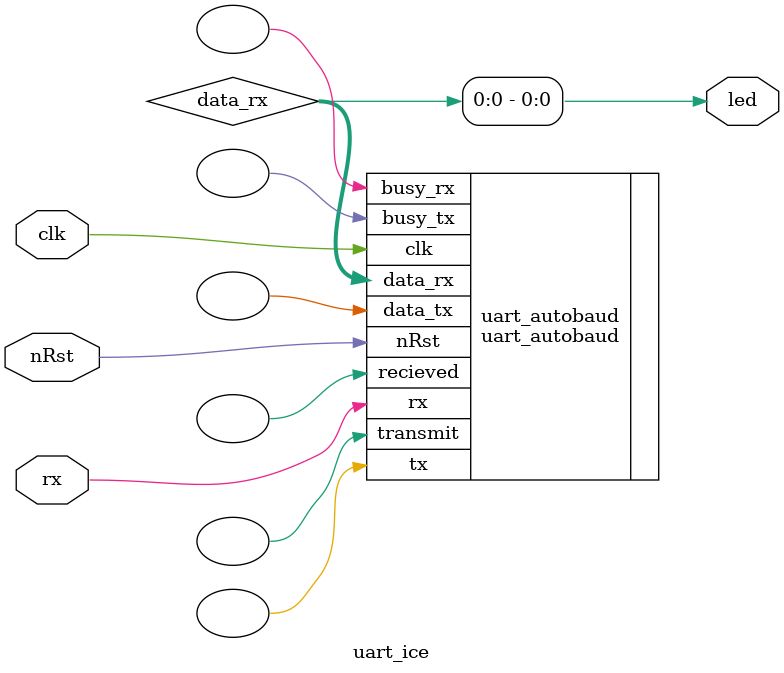
<source format=v>
module uart_ice(
	input	   clk,
   input    rx,
   input    nRst,
   output   led 
);
   wire [7:0] data_rx;

   assign led = data_rx[0];

   uart_autobaud uart_autobaud(
        .clk           (clk        ),
         .nRst          (nRst      ),
         .transmit      (     ),
         .data_tx       (   ),
         .rx            (rx         ),
         .busy_rx       (    ),
         .busy_tx       (    ),
         .recieved      (  ),
         .data_rx       ( data_rx  ),
         .tx            (         )
   );


endmodule

</source>
